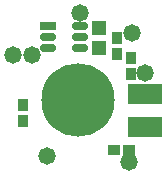
<source format=gts>
%FSTAX43Y43*%
%MOMM*%
%SFA1B1*%

%IPPOS*%
%ADD29R,0.902998X1.102998*%
%ADD30R,1.202998X1.302997*%
%ADD31R,1.402997X0.752998*%
%ADD32O,1.402997X0.752998*%
%ADD33O,1.402997X0.752998*%
%ADD34R,2.902994X1.802996*%
%ADD35R,1.102998X0.902998*%
%ADD36C,1.472997*%
%ADD37C,6.202988*%
%LNpcb2-1*%
%LPD*%
G54D29*
X0075699Y0082649D03*
Y0081349D03*
X0067799Y0075649D03*
Y0076949D03*
X0076899Y0079649D03*
Y0080949D03*
G54D30*
X0074199Y0083549D03*
Y0081849D03*
G54D31*
X0069899Y0083699D03*
G54D32*
X0069899Y0082749D03*
Y0081799D03*
X0072599D03*
G54D33*
X0072599Y0082749D03*
Y0083699D03*
G54D34*
X0078099Y0075099D03*
Y0077899D03*
G54D35*
X0076749Y0073199D03*
X0075449D03*
G54D36*
X0069799Y0072699D03*
X0078099Y0079699D03*
X0066899Y0081199D03*
X0068499D03*
X0076718Y0072153D03*
X0076999Y0083099D03*
X0072599Y0084799D03*
G54D37*
X0072399Y0077399D03*
M02*
</source>
